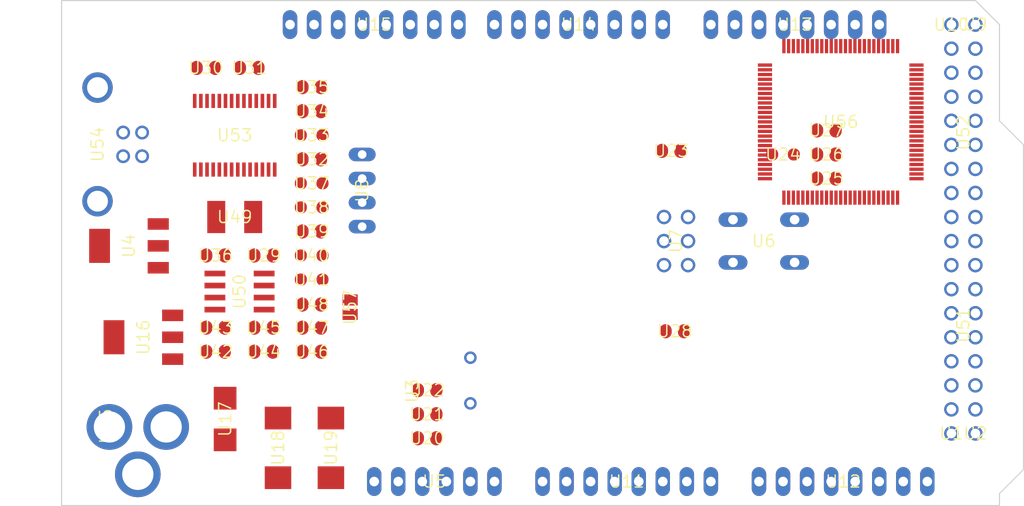
<source format=kicad_pcb>
(kicad_pcb (version 20221018) (generator pcbnew)
  (layers (0 "F.Cu" signal "Top") (31 "B.Cu" signal "Bottom") (34 "B.Paste" user) (35 "F.Paste" user) (36 "B.SilkS" user "B.Silkscreen") (37 "F.SilkS" user "F.Silkscreen") (38 "B.Mask" user) (39 "F.Mask" user) (44 "Edge.Cuts" user))
  (net 0 "")
  (net 1 "+5V")
  (net 2 "GND")
  (net 3 "N$6")
  (net 4 "N$7")
  (net 5 "AREF")
  (net 6 "RESET")
  (net 7 "VIN")
  (net 8 "N$3")
  (net 9 "PWRIN")
  (net 10 "M8RXD")
  (net 11 "M8TXD")
  (net 12 "ADC0")
  (net 13 "ADC2")
  (net 14 "ADC1")
  (net 15 "ADC3")
  (net 16 "ADC4")
  (net 17 "ADC5")
  (net 18 "ADC6")
  (net 19 "ADC7")
  (net 20 "+3V3")
  (net 21 "SDA")
  (net 22 "SCL")
  (net 23 "ADC9")
  (net 24 "ADC8")
  (net 25 "ADC10")
  (net 26 "ADC11")
  (net 27 "ADC12")
  (net 28 "ADC13")
  (net 29 "ADC14")
  (net 30 "ADC15")
  (net 31 "PB3")
  (net 32 "PB2")
  (net 33 "PB1")
  (net 34 "PB5")
  (net 35 "PB4")
  (net 36 "PE5")
  (net 37 "PE4")
  (net 38 "PE3")
  (net 39 "PE1")
  (net 40 "PE0")
  (net 41 "N$15")
  (net 42 "N$53")
  (net 43 "N$54")
  (net 44 "N$55")
  (net 45 "D-")
  (net 46 "D+")
  (net 47 "N$60")
  (net 48 "DTR")
  (net 49 "USBVCC")
  (net 50 "N$2")
  (net 51 "N$4")
  (net 52 "GATE_CMD")
  (net 53 "CMP")
  (net 54 "PB6")
  (net 55 "PH3")
  (net 56 "PH4")
  (net 57 "PH5")
  (net 58 "PH6")
  (net 59 "PG5")
  (net 60 "RXD1")
  (net 61 "TXD1")
  (net 62 "RXD2")
  (net 63 "RXD3")
  (net 64 "TXD2")
  (net 65 "TXD3")
  (net 66 "PC0")
  (net 67 "PC1")
  (net 68 "PC2")
  (net 69 "PC3")
  (net 70 "PC4")
  (net 71 "PC5")
  (net 72 "PC6")
  (net 73 "PC7")
  (net 74 "PB0")
  (net 75 "PG0")
  (net 76 "PG1")
  (net 77 "PG2")
  (net 78 "PD7")
  (net 79 "PA0")
  (net 80 "PA1")
  (net 81 "PA2")
  (net 82 "PA3")
  (net 83 "PA4")
  (net 84 "PA5")
  (net 85 "PA6")
  (net 86 "PA7")
  (net 87 "PL0")
  (net 88 "PL1")
  (net 89 "PL2")
  (net 90 "PL3")
  (net 91 "PL4")
  (net 92 "PL5")
  (net 93 "PL6")
  (net 94 "PL7")
  (net 95 "PB7")
  (net 96 "CTS")
  (net 97 "DSR")
  (net 98 "DCD")
  (net 99 "RI")
  (footprint "Arduino_MEGA_Reference_Design:2X03" (layer "F.Cu") (at 162.5981 103.7336 -90)
    (fp_text reference "U7")
    (fp_text value "")
  )
  (footprint "Arduino_MEGA_Reference_Design:1X08" (layer "F.Cu") (at 152.3111 80.8736 180)
    (fp_text reference "U14")
    (fp_text value "")
  )
  (footprint "Arduino_MEGA_Reference_Design:1X08" (layer "F.Cu") (at 130.7211 80.8736 180)
    (fp_text reference "U15")
    (fp_text value "")
  )
  (footprint "Arduino_MEGA_Reference_Design:SMC_D" (layer "F.Cu") (at 120.5611 125.5776 -90)
    (fp_text reference "U18")
    (fp_text value "")
  )
  (footprint "Arduino_MEGA_Reference_Design:SMC_D" (layer "F.Cu") (at 126.1491 125.5776 -90)
    (fp_text reference "U19")
    (fp_text value "")
  )
  (footprint "Arduino_MEGA_Reference_Design:B3F-10XX" (layer "F.Cu") (at 171.8691 103.7336 180)
    (fp_text reference "U6")
    (fp_text value "")
  )
  (footprint "Arduino_MEGA_Reference_Design:0805RND" (layer "F.Cu") (at 173.9011 94.5896 180)
    (fp_text reference "U24")
    (fp_text value "")
  )
  (footprint "Arduino_MEGA_Reference_Design:SMB" (layer "F.Cu") (at 114.9731 122.5296 -90)
    (fp_text reference "U17")
    (fp_text value "")
  )
  (footprint "Arduino_MEGA_Reference_Design:DC-21MM" (layer "F.Cu") (at 103.0351 123.2916 90)
    (fp_text reference "U55")
    (fp_text value "")
  )
  (footprint "Arduino_MEGA_Reference_Design:HC49_S" (layer "F.Cu") (at 140.8811 118.4656 90)
    (fp_text reference "U3")
    (fp_text value "")
  )
  (footprint "Arduino_MEGA_Reference_Design:SOT223" (layer "F.Cu") (at 106.3371 113.8936 90)
    (fp_text reference "U16")
    (fp_text value "")
  )
  (footprint "Arduino_MEGA_Reference_Design:1X06" (layer "F.Cu") (at 137.0711 129.1336)
    (fp_text reference "U5")
    (fp_text value "")
  )
  (footprint "Arduino_MEGA_Reference_Design:C0805RND" (layer "F.Cu") (at 124.1171 87.4776)
    (fp_text reference "U35")
    (fp_text value "")
  )
  (footprint "Arduino_MEGA_Reference_Design:C0805RND" (layer "F.Cu") (at 162.4711 113.2586)
    (fp_text reference "U28")
    (fp_text value "")
  )
  (footprint "Arduino_MEGA_Reference_Design:C0805RND" (layer "F.Cu") (at 136.3091 122.0216)
    (fp_text reference "U21")
    (fp_text value "")
  )
  (footprint "Arduino_MEGA_Reference_Design:C0805RND" (layer "F.Cu") (at 136.3091 119.4816)
    (fp_text reference "U22")
    (fp_text value "")
  )
  (footprint "Arduino_MEGA_Reference_Design:C0805RND" (layer "F.Cu") (at 113.9571 112.8776)
    (fp_text reference "U43")
    (fp_text value "")
  )
  (footprint "Arduino_MEGA_Reference_Design:RCL_0805RND" (layer "F.Cu") (at 124.1171 105.2576)
    (fp_text reference "U40")
    (fp_text value "")
  )
  (footprint "Arduino_MEGA_Reference_Design:RCL_0805RND" (layer "F.Cu") (at 124.1171 107.7976)
    (fp_text reference "U41")
    (fp_text value "")
  )
  (footprint "Arduino_MEGA_Reference_Design:1X08" (layer "F.Cu") (at 157.3911 129.1336)
    (fp_text reference "U11")
    (fp_text value "")
  )
  (footprint "Arduino_MEGA_Reference_Design:1X08" (layer "F.Cu") (at 175.1711 80.8736 180)
    (fp_text reference "U13")
    (fp_text value "")
  )
  (footprint "Arduino_MEGA_Reference_Design:R0805RND" (layer "F.Cu") (at 178.4731 94.5896 180)
    (fp_text reference "U26")
    (fp_text value "")
  )
  (footprint "Arduino_MEGA_Reference_Design:R0805RND" (layer "F.Cu") (at 178.4731 92.0496 180)
    (fp_text reference "U27")
    (fp_text value "")
  )
  (footprint "Arduino_MEGA_Reference_Design:TQFP100" (layer "F.Cu") (at 179.99404907226562 91.14759826660156 0)
    (fp_text reference "U56")
    (fp_text value "")
  )
  (footprint "Arduino_MEGA_Reference_Design:C0805RND" (layer "F.Cu") (at 162.0901 94.2086 180)
    (fp_text reference "U23")
    (fp_text value "")
  )
  (footprint "Arduino_MEGA_Reference_Design:C0805RND" (layer "F.Cu") (at 136.3091 124.5616)
    (fp_text reference "U20")
    (fp_text value "")
  )
  (footprint "Arduino_MEGA_Reference_Design:1X08" (layer "F.Cu") (at 180.2511 129.1336)
    (fp_text reference "U12")
    (fp_text value "")
  )
  (footprint "Arduino_MEGA_Reference_Design:R0805RND" (layer "F.Cu") (at 124.1171 112.8776)
    (fp_text reference "U47")
    (fp_text value "")
  )
  (footprint "Arduino_MEGA_Reference_Design:C0805RND" (layer "F.Cu") (at 124.1171 115.4176)
    (fp_text reference "U46")
    (fp_text value "")
  )
  (footprint "Arduino_MEGA_Reference_Design:C0805RND" (layer "F.Cu") (at 113.9571 105.2576)
    (fp_text reference "U36")
    (fp_text value "")
  )
  (footprint "Arduino_MEGA_Reference_Design:C0805RND" (layer "F.Cu") (at 112.9411 85.4456)
    (fp_text reference "U30")
    (fp_text value "")
  )
  (footprint "Arduino_MEGA_Reference_Design:0805RND" (layer "F.Cu") (at 124.1171 100.1776 180)
    (fp_text reference "U38")
    (fp_text value "")
  )
  (footprint "Arduino_MEGA_Reference_Design:0805RND" (layer "F.Cu") (at 124.1171 97.6376 180)
    (fp_text reference "U37")
    (fp_text value "")
  )
  (footprint "Arduino_MEGA_Reference_Design:R0805RND" (layer "F.Cu") (at 124.1171 95.0976)
    (fp_text reference "U32")
    (fp_text value "")
  )
  (footprint "Arduino_MEGA_Reference_Design:R0805RND" (layer "F.Cu") (at 124.1171 102.7176)
    (fp_text reference "U39")
    (fp_text value "")
  )
  (footprint "Arduino_MEGA_Reference_Design:SSOP28" (layer "F.Cu") (at 115.9891 92.5576)
    (fp_text reference "U53")
    (fp_text value "")
  )
  (footprint "Arduino_MEGA_Reference_Design:PN61729" (layer "F.Cu") (at 98.9584 93.5228 -90)
    (fp_text reference "U54")
    (fp_text value "")
  )
  (footprint "Arduino_MEGA_Reference_Design:L1812" (layer "F.Cu") (at 115.9891 101.1936)
    (fp_text reference "U49")
    (fp_text value "")
  )
  (footprint "Arduino_MEGA_Reference_Design:C0805RND" (layer "F.Cu") (at 117.5131 85.4456)
    (fp_text reference "U31")
    (fp_text value "")
  )
  (footprint "Arduino_MEGA_Reference_Design:0805RND" (layer "F.Cu") (at 124.1171 92.5576 180)
    (fp_text reference "U33")
    (fp_text value "")
  )
  (footprint "Arduino_MEGA_Reference_Design:R0805RND" (layer "F.Cu") (at 124.1171 90.0176 180)
    (fp_text reference "U34")
    (fp_text value "")
  )
  (footprint "Arduino_MEGA_Reference_Design:C0805RND" (layer "F.Cu") (at 124.1171 110.4392 180)
    (fp_text reference "U48")
    (fp_text value "")
  )
  (footprint "Arduino_MEGA_Reference_Design:SOT223" (layer "F.Cu") (at 104.8131 104.2416 90)
    (fp_text reference "U4")
    (fp_text value "")
  )
  (footprint "Arduino_MEGA_Reference_Design:SO08" (layer "F.Cu") (at 116.4971 109.0676 -90)
    (fp_text reference "U50")
    (fp_text value "")
  )
  (footprint "Arduino_MEGA_Reference_Design:R0805RND" (layer "F.Cu") (at 113.9571 115.4176 180)
    (fp_text reference "U42")
    (fp_text value "")
  )
  (footprint "Arduino_MEGA_Reference_Design:R0805RND" (layer "F.Cu") (at 119.0371 112.8776 180)
    (fp_text reference "U45")
    (fp_text value "")
  )
  (footprint "Arduino_MEGA_Reference_Design:C0805RND" (layer "F.Cu") (at 119.0371 115.4176 180)
    (fp_text reference "U44")
    (fp_text value "")
  )
  (footprint "Arduino_MEGA_Reference_Design:C0805RND" (layer "F.Cu") (at 119.0371 105.2576)
    (fp_text reference "U29")
    (fp_text value "")
  )
  (footprint "Arduino_MEGA_Reference_Design:2X08" (layer "F.Cu") (at 192.9511 92.3036 90)
    (fp_text reference "U52")
    (fp_text value "")
  )
  (footprint "Arduino_MEGA_Reference_Design:2X08" (layer "F.Cu") (at 192.9511 112.6236 90)
    (fp_text reference "U51")
    (fp_text value "")
  )
  (footprint "Arduino_MEGA_Reference_Design:R0805RND" (layer "F.Cu") (at 178.4731 97.1296 180)
    (fp_text reference "U25")
    (fp_text value "")
  )
  (footprint "Arduino_MEGA_Reference_Design:1X01" (layer "F.Cu") (at 191.6811 80.8736)
    (fp_text reference "U10")
    (fp_text value "")
  )
  (footprint "Arduino_MEGA_Reference_Design:1X01" (layer "F.Cu") (at 194.2211 80.8736)
    (fp_text reference "U9")
    (fp_text value "")
  )
  (footprint "Arduino_MEGA_Reference_Design:1X01" (layer "F.Cu") (at 191.6811 124.0536)
    (fp_text reference "U1")
    (fp_text value "")
  )
  (footprint "Arduino_MEGA_Reference_Design:1X01" (layer "F.Cu") (at 194.2211 124.0536)
    (fp_text reference "U2")
    (fp_text value "")
  )
  (footprint "Arduino_MEGA_Reference_Design:SJ" (layer "F.Cu") (at 128.1811 110.7186 -90)
    (fp_text reference "U57")
    (fp_text value "")
  )
  (footprint "Arduino_MEGA_Reference_Design:JP4" (layer "F.Cu") (at 129.4511 98.3996 -90)
    (fp_text reference "U8")
    (fp_text value "")
  )
  (gr_line (start 196.7611 80.8736) (end 196.7611 91.0336) (layer "Edge.Cuts") (width 0.12))
  (gr_line (start 196.7611 130.4036) (end 196.7611 131.6736) (layer "Edge.Cuts") (width 0.12))
  (gr_line (start 194.2211 78.3336) (end 196.7611 80.8736) (layer "Edge.Cuts") (width 0.12))
  (gr_line (start 97.7011 78.3336) (end 194.2211 78.3336) (layer "Edge.Cuts") (width 0.12))
  (gr_line (start 196.7611 91.0336) (end 199.3011 93.5736) (layer "Edge.Cuts") (width 0.12))
  (gr_line (start 97.7011 131.6736) (end 97.7011 78.3336) (layer "Edge.Cuts") (width 0.12))
  (gr_line (start 196.7611 131.6736) (end 97.7011 131.6736) (layer "Edge.Cuts") (width 0.12))
  (gr_line (start 199.3011 93.5736) (end 199.3011 127.8636) (layer "Edge.Cuts") (width 0.12))
  (gr_line (start 199.3011 127.8636) (end 196.7611 130.4036) (layer "Edge.Cuts") (width 0.12))
)
</source>
